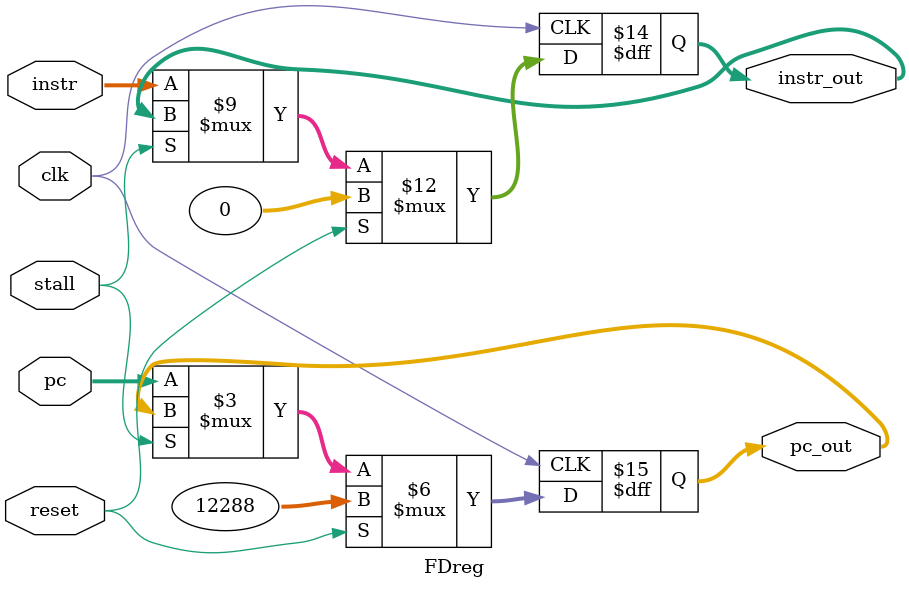
<source format=v>
module FDreg(
    input clk,
    input reset,
    input  stall,
    input [31:0] instr,
    input [31:0] pc,
    output reg [31:0] instr_out,
    output reg [31:0] pc_out
    
);


always @(posedge clk ) begin
    if (reset) begin
        instr_out <= 32'b0;
        pc_out <= 32'h3000;
    end
    else if (stall) begin
        instr_out <= instr_out;
        pc_out <= pc_out;
    end
    else begin
        instr_out <= instr;
        pc_out <= pc;
    end
    
end

endmodule
</source>
